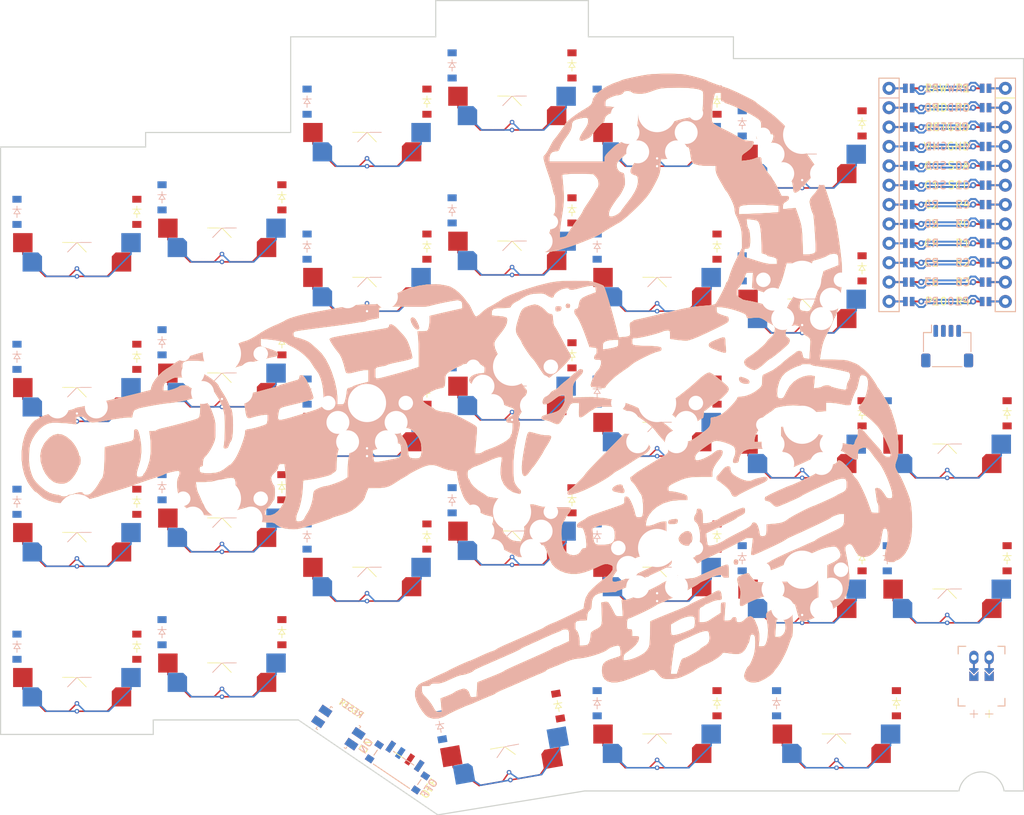
<source format=kicad_pcb>
(kicad_pcb (version 20240108) (generator "ergogen") (generator_version "4.2.1")
  (title_block (title "chitin") (date "2025-12-28") (rev "1") (company "Scybin"))
  (layers (0 "F.Cu" signal) (31 "B.Cu" signal) (34 "B.Paste" user) (35 "F.Paste" user) (36 "B.SilkS" user "B.Silkscreen") (37 "F.SilkS" user "F.Silkscreen") (38 "B.Mask" user) (39 "F.Mask" user) (44 "Edge.Cuts" user))
  (net 0 "")
  (net 1 "C0")
  (net 2 "outer_bottom_B")
  (net 3 "GND")
  (net 4 "D1")
  (net 5 "D2")
  (net 6 "outer_home_B")
  (net 7 "outer_upper_B")
  (net 8 "outer_top_B")
  (net 9 "C1")
  (net 10 "pinky_bottom_B")
  (net 11 "pinky_home_B")
  (net 12 "pinky_upper_B")
  (net 13 "pinky_top_B")
  (net 14 "C2")
  (net 15 "ring_bottom_B")
  (net 16 "ring_home_B")
  (net 17 "ring_upper_B")
  (net 18 "ring_top_B")
  (net 19 "C3")
  (net 20 "middle_bottom_B")
  (net 21 "middle_home_B")
  (net 22 "middle_upper_B")
  (net 23 "middle_top_B")
  (net 24 "C4")
  (net 25 "index_bottom_B")
  (net 26 "index_home_B")
  (net 27 "index_upper_B")
  (net 28 "index_top_B")
  (net 29 "C5")
  (net 30 "inner_bottom_B")
  (net 31 "inner_home_B")
  (net 32 "inner_upper_B")
  (net 33 "inner_top_B")
  (net 34 "tuck_cluster_B")
  (net 35 "layer_cluster_B")
  (net 36 "space_cluster_B")
  (net 37 "C6")
  (net 38 "macro_bottom_B")
  (net 39 "macro_home_B")
  (net 40 "R3")
  (net 41 "R2")
  (net 42 "R1")
  (net 43 "R0")
  (net 44 "R4")
  (net 45 "RAW")
  (net 46 "RST")
  (net 47 "V+")
  (net 48 "P10")
  (net 49 "P1")
  (net 50 "P0")
  (net 51 "SDA")
  (net 52 "SCL")
  (net 53 "P4")
  (net 54 "P101")
  (net 55 "P102")
  (net 56 "P107")
  (net 57 "MCU1_24")
  (net 58 "MCU1_1")
  (net 59 "MCU1_23")
  (net 60 "MCU1_2")
  (net 61 "MCU1_22")
  (net 62 "MCU1_3")
  (net 63 "MCU1_21")
  (net 64 "MCU1_4")
  (net 65 "MCU1_20")
  (net 66 "MCU1_5")
  (net 67 "MCU1_19")
  (net 68 "MCU1_6")
  (net 69 "MCU1_18")
  (net 70 "MCU1_7")
  (net 71 "MCU1_17")
  (net 72 "MCU1_8")
  (net 73 "MCU1_16")
  (net 74 "MCU1_9")
  (net 75 "MCU1_15")
  (net 76 "MCU1_10")
  (net 77 "MCU1_14")
  (net 78 "MCU1_11")
  (net 79 "MCU1_13")
  (net 80 "MCU1_12")
  (net 81 "BAT_P")
  (net 82 "JST1_1")
  (net 83 "JST1_2")
  (footprint "ceoloide:switch_mx" (layer "B.Cu") (at 100 150 180)
    (property "Reference" "S1" hide)
  )
  (segment (start 105.842 155.08) (end 103.963 156.959) (width 0.2) (layer "F.Cu") (net 2))
  (segment (start 103.963 156.959) (end 100 156.959) (width 0.2) (layer "F.Cu") (net 1))
  (via (at 100 156.959) (size 0.6) (drill 0.3) (layers "F.Cu" "B.Cu") (net 1))
  (segment (start 100 156.959) (end 96.037 156.9595) (width 0.2) (layer "B.Cu") (net 1))
  (segment (start 96.037 156.959) (end 94.158 155.08) (width 0.2) (layer "B.Cu") (net 1))
  (segment (start 100 155.93) (end 98.971 156.959) (width 0.2) (layer "F.Cu") (net 2))
  (segment (start 95.834 156.959) (end 92.915 154.04) (width 0.2) (layer "F.Cu") (net 2))
  (segment (start 92.915 154.04) (end 92.915 152.54) (width 0.2) (layer "F.Cu") (net 2))
  (segment (start 98.971 156.959) (end 95.834 156.959) (width 0.2) (layer "F.Cu") (net 2))
  (via (at 100 155.93) (size 0.6) (drill 0.3) (layers "F.Cu" "B.Cu") (net 2))
  (segment (start 104.166 156.959) (end 101.029 156.959) (width 0.2) (layer "B.Cu") (net 2))
  (segment (start 107.085 152.54) (end 107.085 154.04) (width 0.2) (layer "B.Cu") (net 2))
  (segment (start 107.085 154.04) (end 104.166 156.959) (width 0.2) (layer "B.Cu") (net 2))
  (segment (start 101.029 156.959) (end 100 155.93) (width 0.2) (layer "B.Cu") (net 2))
  (footprint "ceoloide:switch_mx" (layer "B.Cu") (at 100 131 180)
    (property "Reference" "S2" hide)
  )
  (segment (start 105.842 136.08) (end 103.963 137.959) (width 0.2) (layer "F.Cu") (net 6))
  (segment (start 103.963 137.959) (end 100 137.959) (width 0.2) (layer "F.Cu") (net 1))
  (via (at 100 137.959) (size 0.6) (drill 0.3) (layers "F.Cu" "B.Cu") (net 1))
  (segment (start 100 137.959) (end 96.037 137.9595) (width 0.2) (layer "B.Cu") (net 1))
  (segment (start 96.037 137.959) (end 94.158 136.08) (width 0.2) (layer "B.Cu") (net 1))
  (segment (start 100 136.93) (end 98.971 137.959) (width 0.2) (layer "F.Cu") (net 6))
  (segment (start 95.834 137.959) (end 92.915 135.04) (width 0.2) (layer "F.Cu") (net 6))
  (segment (start 92.915 135.04) (end 92.915 133.54) (width 0.2) (layer "F.Cu") (net 6))
  (segment (start 98.971 137.959) (end 95.834 137.959) (width 0.2) (layer "F.Cu") (net 6))
  (via (at 100 136.93) (size 0.6) (drill 0.3) (layers "F.Cu" "B.Cu") (net 6))
  (segment (start 104.166 137.959) (end 101.029 137.959) (width 0.2) (layer "B.Cu") (net 6))
  (segment (start 107.085 133.54) (end 107.085 135.04) (width 0.2) (layer "B.Cu") (net 6))
  (segment (start 107.085 135.04) (end 104.166 137.959) (width 0.2) (layer "B.Cu") (net 6))
  (segment (start 101.029 137.959) (end 100 136.93) (width 0.2) (layer "B.Cu") (net 6))
  (footprint "ceoloide:switch_mx" (layer "B.Cu") (at 100 112 180)
    (property "Reference" "S3" hide)
  )
  (segment (start 105.842 117.08) (end 103.963 118.959) (width 0.2) (layer "F.Cu") (net 7))
  (segment (start 103.963 118.959) (end 100 118.959) (width 0.2) (layer "F.Cu") (net 1))
  (via (at 100 118.959) (size 0.6) (drill 0.3) (layers "F.Cu" "B.Cu") (net 1))
  (segment (start 100 118.959) (end 96.037 118.9595) (width 0.2) (layer "B.Cu") (net 1))
  (segment (start 96.037 118.959) (end 94.158 117.08) (width 0.2) (layer "B.Cu") (net 1))
  (segment (start 100 117.93) (end 98.971 118.959) (width 0.2) (layer "F.Cu") (net 7))
  (segment (start 95.834 118.959) (end 92.915 116.04) (width 0.2) (layer "F.Cu") (net 7))
  (segment (start 92.915 116.04) (end 92.915 114.54) (width 0.2) (layer "F.Cu") (net 7))
  (segment (start 98.971 118.959) (end 95.834 118.959) (width 0.2) (layer "F.Cu") (net 7))
  (via (at 100 117.93) (size 0.6) (drill 0.3) (layers "F.Cu" "B.Cu") (net 7))
  (segment (start 104.166 118.959) (end 101.029 118.959) (width 0.2) (layer "B.Cu") (net 7))
  (segment (start 107.085 114.54) (end 107.085 116.04) (width 0.2) (layer "B.Cu") (net 7))
  (segment (start 107.085 116.04) (end 104.166 118.959) (width 0.2) (layer "B.Cu") (net 7))
  (segment (start 101.029 118.959) (end 100 117.93) (width 0.2) (layer "B.Cu") (net 7))
  (footprint "ceoloide:switch_mx" (layer "B.Cu") (at 100 93 180)
    (property "Reference" "S4" hide)
  )
  (segment (start 105.842 98.08) (end 103.963 99.959) (width 0.2) (layer "F.Cu") (net 8))
  (segment (start 103.963 99.959) (end 100 99.959) (width 0.2) (layer "F.Cu") (net 1))
  (via (at 100 99.959) (size 0.6) (drill 0.3) (layers "F.Cu" "B.Cu") (net 1))
  (segment (start 100 99.959) (end 96.037 99.9595) (width 0.2) (layer "B.Cu") (net 1))
  (segment (start 96.037 99.959) (end 94.158 98.08) (width 0.2) (layer "B.Cu") (net 1))
  (segment (start 100 98.93) (end 98.971 99.959) (width 0.2) (layer "F.Cu") (net 8))
  (segment (start 95.834 99.959) (end 92.915 97.04) (width 0.2) (layer "F.Cu") (net 8))
  (segment (start 92.915 97.04) (end 92.915 95.54) (width 0.2) (layer "F.Cu") (net 8))
  (segment (start 98.971 99.959) (end 95.834 99.959) (width 0.2) (layer "F.Cu") (net 8))
  (via (at 100 98.93) (size 0.6) (drill 0.3) (layers "F.Cu" "B.Cu") (net 8))
  (segment (start 104.166 99.959) (end 101.029 99.959) (width 0.2) (layer "B.Cu") (net 8))
  (segment (start 107.085 95.54) (end 107.085 97.04) (width 0.2) (layer "B.Cu") (net 8))
  (segment (start 107.085 97.04) (end 104.166 99.959) (width 0.2) (layer "B.Cu") (net 8))
  (segment (start 101.029 99.959) (end 100 98.93) (width 0.2) (layer "B.Cu") (net 8))
  (footprint "ceoloide:switch_mx" (layer "B.Cu") (at 119 148.1 180)
    (property "Reference" "S5" hide)
  )
  (segment (start 124.842 153.18) (end 122.963 155.059) (width 0.2) (layer "F.Cu") (net 10))
  (segment (start 122.963 155.059) (end 119 155.059) (width 0.2) (layer "F.Cu") (net 9))
  (via (at 119 155.059) (size 0.6) (drill 0.3) (layers "F.Cu" "B.Cu") (net 9))
  (segment (start 119 155.059) (end 115.037 155.05949999999999) (width 0.2) (layer "B.Cu") (net 9))
  (segment (start 115.037 155.059) (end 113.158 153.18) (width 0.2) (layer "B.Cu") (net 9))
  (segment (start 119 154.03) (end 117.971 155.059) (width 0.2) (layer "F.Cu") (net 10))
  (segment (start 114.834 155.059) (end 111.915 152.14) (width 0.2) (layer "F.Cu") (net 10))
  (segment (start 111.915 152.14) (end 111.915 150.64) (width 0.2) (layer "F.Cu") (net 10))
  (segment (start 117.971 155.059) (end 114.834 155.059) (width 0.2) (layer "F.Cu") (net 10))
  (via (at 119 154.03) (size 0.6) (drill 0.3) (layers "F.Cu" "B.Cu") (net 10))
  (segment (start 123.166 155.059) (end 120.029 155.059) (width 0.2) (layer "B.Cu") (net 10))
  (segment (start 126.085 150.64) (end 126.085 152.14) (width 0.2) (layer "B.Cu") (net 10))
  (segment (start 126.085 152.14) (end 123.166 155.059) (width 0.2) (layer "B.Cu") (net 10))
  (segment (start 120.029 155.059) (end 119 154.03) (width 0.2) (layer "B.Cu") (net 10))
  (footprint "ceoloide:switch_mx" (layer "B.Cu") (at 119 129.1 180)
    (property "Reference" "S6" hide)
  )
  (segment (start 124.842 134.18) (end 122.963 136.059) (width 0.2) (layer "F.Cu") (net 11))
  (segment (start 122.963 136.059) (end 119 136.059) (width 0.2) (layer "F.Cu") (net 9))
  (via (at 119 136.059) (size 0.6) (drill 0.3) (layers "F.Cu" "B.Cu") (net 9))
  (segment (start 119 136.059) (end 115.037 136.05949999999999) (width 0.2) (layer "B.Cu") (net 9))
  (segment (start 115.037 136.059) (end 113.158 134.18) (width 0.2) (layer "B.Cu") (net 9))
  (segment (start 119 135.03) (end 117.971 136.059) (width 0.2) (layer "F.Cu") (net 11))
  (segment (start 114.834 136.059) (end 111.915 133.14) (width 0.2) (layer "F.Cu") (net 11))
  (segment (start 111.915 133.14) (end 111.915 131.64) (width 0.2) (layer "F.Cu") (net 11))
  (segment (start 117.971 136.059) (end 114.834 136.059) (width 0.2) (layer "F.Cu") (net 11))
  (via (at 119 135.03) (size 0.6) (drill 0.3) (layers "F.Cu" "B.Cu") (net 11))
  (segment (start 123.166 136.059) (end 120.029 136.059) (width 0.2) (layer "B.Cu") (net 11))
  (segment (start 126.085 131.64) (end 126.085 133.14) (width 0.2) (layer "B.Cu") (net 11))
  (segment (start 126.085 133.14) (end 123.166 136.059) (width 0.2) (layer "B.Cu") (net 11))
  (segment (start 120.029 136.059) (end 119 135.03) (width 0.2) (layer "B.Cu") (net 11))
  (footprint "ceoloide:switch_mx" (layer "B.Cu") (at 119 110.1 180)
    (property "Reference" "S7" hide)
  )
  (segment (start 124.842 115.17999999999999) (end 122.963 117.059) (width 0.2) (layer "F.Cu") (net 12))
  (segment (start 122.963 117.059) (end 119 117.059) (width 0.2) (layer "F.Cu") (net 9))
  (via (at 119 117.059) (size 0.6) (drill 0.3) (layers "F.Cu" "B.Cu") (net 9))
  (segment (start 119 117.059) (end 115.037 117.0595) (width 0.2) (layer "B.Cu") (net 9))
  (segment (start 115.037 117.059) (end 113.158 115.17999999999999) (width 0.2) (layer "B.Cu") (net 9))
  (segment (start 119 116.03) (end 117.971 117.059) (width 0.2) (layer "F.Cu") (net 12))
  (segment (start 114.834 117.059) (end 111.915 114.14) (width 0.2) (layer "F.Cu") (net 12))
  (segment (start 111.915 114.14) (end 111.915 112.64) (width 0.2) (layer "F.Cu") (net 12))
  (segment (start 117.971 117.059) (end 114.834 117.059) (width 0.2) (layer "F.Cu") (net 12))
  (via (at 119 116.03) (size 0.6) (drill 0.3) (layers "F.Cu" "B.Cu") (net 12))
  (segment (start 123.166 117.059) (end 120.029 117.059) (width 0.2) (layer "B.Cu") (net 12))
  (segment (start 126.085 112.64) (end 126.085 114.14) (width 0.2) (layer "B.Cu") (net 12))
  (segment (start 126.085 114.14) (end 123.166 117.059) (width 0.2) (layer "B.Cu") (net 12))
  (segment (start 120.029 117.059) (end 119 116.03) (width 0.2) (layer "B.Cu") (net 12))
  (footprint "ceoloide:switch_mx" (layer "B.Cu") (at 119 91.1 180)
    (property "Reference" "S8" hide)
  )
  (segment (start 124.842 96.17999999999999) (end 122.963 98.059) (width 0.2) (layer "F.Cu") (net 13))
  (segment (start 122.963 98.059) (end 119 98.059) (width 0.2) (layer "F.Cu") (net 9))
  (via (at 119 98.059) (size 0.6) (drill 0.3) (layers "F.Cu" "B.Cu") (net 9))
  (segment (start 119 98.059) (end 115.037 98.0595) (width 0.2) (layer "B.Cu") (net 9))
  (segment (start 115.037 98.059) (end 113.158 96.17999999999999) (width 0.2) (layer "B.Cu") (net 9))
  (segment (start 119 97.03) (end 117.971 98.059) (width 0.2) (layer "F.Cu") (net 13))
  (segment (start 114.834 98.059) (end 111.915 95.14) (width 0.2) (layer "F.Cu") (net 13))
  (segment (start 111.915 95.14) (end 111.915 93.64) (width 0.2) (layer "F.Cu") (net 13))
  (segment (start 117.971 98.059) (end 114.834 98.059) (width 0.2) (layer "F.Cu") (net 13))
  (via (at 119 97.03) (size 0.6) (drill 0.3) (layers "F.Cu" "B.Cu") (net 13))
  (segment (start 123.166 98.059) (end 120.029 98.059) (width 0.2) (layer "B.Cu") (net 13))
  (segment (start 126.085 93.64) (end 126.085 95.14) (width 0.2) (layer "B.Cu") (net 13))
  (segment (start 126.085 95.14) (end 123.166 98.059) (width 0.2) (layer "B.Cu") (net 13))
  (segment (start 120.029 98.059) (end 119 97.03) (width 0.2) (layer "B.Cu") (net 13))
  (footprint "ceoloide:switch_mx" (layer "B.Cu") (at 138 135.56 180)
    (property "Reference" "S9" hide)
  )
  (segment (start 143.842 140.64000000000001) (end 141.963 142.519) (width 0.2) (layer "F.Cu") (net 15))
  (segment (start 141.963 142.519) (end 138 142.519) (width 0.2) (layer "F.Cu") (net 14))
  (via (at 138 142.519) (size 0.6) (drill 0.3) (layers "F.Cu" "B.Cu") (net 14))
  (segment (start 138 142.519) (end 134.037 142.5195) (width 0.2) (layer "B.Cu") (net 14))
  (segment (start 134.037 142.519) (end 132.158 140.64000000000001) (width 0.2) (layer "B.Cu") (net 14))
  (segment (start 138 141.49) (end 136.971 142.519) (width 0.2) (layer "F.Cu") (net 15))
  (segment (start 133.834 142.519) (end 130.915 139.6) (width 0.2) (layer "F.Cu") (net 15))
  (segment (start 130.915 139.6) (end 130.915 138.1) (width 0.2) (layer "F.Cu") (net 15))
  (segment (start 136.971 142.519) (end 133.834 142.519) (width 0.2) (layer "F.Cu") (net 15))
  (via (at 138 141.49) (size 0.6) (drill 0.3) (layers "F.Cu" "B.Cu") (net 15))
  (segment (start 142.166 142.519) (end 139.029 142.519) (width 0.2) (layer "B.Cu") (net 15))
  (segment (start 145.085 138.1) (end 145.085 139.6) (width 0.2) (layer "B.Cu") (net 15))
  (segment (start 145.085 139.6) (end 142.166 142.519) (width 0.2) (layer "B.Cu") (net 15))
  (segment (start 139.029 142.519) (end 138 141.49) (width 0.2) (layer "B.Cu") (net 15))
  (footprint "ceoloide:switch_mx" (layer "B.Cu") (at 138 116.56 180)
    (property "Reference" "S10" hide)
  )
  (segment (start 143.842 121.64) (end 141.963 123.519) (width 0.2) (layer "F.Cu") (net 16))
  (segment (start 141.963 123.519) (end 138 123.519) (width 0.2) (layer "F.Cu") (net 14))
  (via (at 138 123.519) (size 0.6) (drill 0.3) (layers "F.Cu" "B.Cu") (net 14))
  (segment (start 138 123.519) (end 134.037 123.51950000000001) (width 0.2) (layer "B.Cu") (net 14))
  (segment (start 134.037 123.519) (end 132.158 121.64) (width 0.2) (layer "B.Cu") (net 14))
  (segment (start 138 122.49000000000001) (end 136.971 123.519) (width 0.2) (layer "F.Cu") (net 16))
  (segment (start 133.834 123.519) (end 130.915 120.60000000000001) (width 0.2) (layer "F.Cu") (net 16))
  (segment (start 130.915 120.60000000000001) (end 130.915 119.10000000000001) (width 0.2) (layer "F.Cu") (net 16))
  (segment (start 136.971 123.519) (end 133.834 123.519) (width 0.2) (layer "F.Cu") (net 16))
  (via (at 138 122.49000000000001) (size 0.6) (drill 0.3) (layers "F.Cu" "B.Cu") (net 16))
  (segment (start 142.166 123.519) (end 139.029 123.519) (width 0.2) (layer "B.Cu") (net 16))
  (segment (start 145.085 119.10000000000001) (end 145.085 120.60000000000001) (width 0.2) (layer "B.Cu") (net 16))
  (segment (start 145.085 120.60000000000001) (end 142.166 123.519) (width 0.2) (layer "B.Cu") (net 16))
  (segment (start 139.029 123.519) (end 138 122.49000000000001) (width 0.2) (layer "B.Cu") (net 16))
  (footprint "ceoloide:switch_mx" (layer "B.Cu") (at 138 97.56 180)
    (property "Reference" "S11" hide)
  )
  (segment (start 143.842 102.64) (end 141.963 104.519) (width 0.2) (layer "F.Cu") (net 17))
  (segment (start 141.963 104.519) (end 138 104.519) (width 0.2) (layer "F.Cu") (net 14))
  (via (at 138 104.519) (size 0.6) (drill 0.3) (layers "F.Cu" "B.Cu") (net 14))
  (segment (start 138 104.519) (end 134.037 104.51950000000001) (width 0.2) (layer "B.Cu") (net 14))
  (segment (start 134.037 104.519) (end 132.158 102.64) (width 0.2) (layer "B.Cu") (net 14))
  (segment (start 138 103.49000000000001) (end 136.971 104.519) (width 0.2) (layer "F.Cu") (net 17))
  (segment (start 133.834 104.519) (end 130.915 101.60000000000001) (width 0.2) (layer "F.Cu") (net 17))
  (segment (start 130.915 101.60000000000001) (end 130.915 100.10000000000001) (width 0.2) (layer "F.Cu") (net 17))
  (segment (start 136.971 104.519) (end 133.834 104.519) (width 0.2) (layer "F.Cu") (net 17))
  (via (at 138 103.49000000000001) (size 0.6) (drill 0.3) (layers "F.Cu" "B.Cu") (net 17))
  (segment (start 142.166 104.519) (end 139.029 104.519) (width 0.2) (layer "B.Cu") (net 17))
  (segment (start 145.085 100.10000000000001) (end 145.085 101.60000000000001) (width 0.2) (layer "B.Cu") (net 17))
  (segment (start 145.085 101.60000000000001) (end 142.166 104.519) (width 0.2) (layer "B.Cu") (net 17))
  (segment (start 139.029 104.519) (end 138 103.49000000000001) (width 0.2) (layer "B.Cu") (net 17))
  (footprint "ceoloide:switch_mx" (layer "B.Cu") (at 138 78.56 180)
    (property "Reference" "S12" hide)
  )
  (segment (start 143.842 83.64) (end 141.963 85.519) (width 0.2) (layer "F.Cu") (net 18))
  (segment (start 141.963 85.519) (end 138 85.519) (width 0.2) (layer "F.Cu") (net 14))
  (via (at 138 85.519) (size 0.6) (drill 0.3) (layers "F.Cu" "B.Cu") (net 14))
  (segment (start 138 85.519) (end 134.037 85.51950000000001) (width 0.2) (layer "B.Cu") (net 14))
  (segment (start 134.037 85.519) (end 132.158 83.64) (width 0.2) (layer "B.Cu") (net 14))
  (segment (start 138 84.49000000000001) (end 136.971 85.519) (width 0.2) (layer "F.Cu") (net 18))
  (segment (start 133.834 85.519) (end 130.915 82.60000000000001) (width 0.2) (layer "F.Cu") (net 18))
  (segment (start 130.915 82.60000000000001) (end 130.915 81.10000000000001) (width 0.2) (layer "F.Cu") (net 18))
  (segment (start 136.971 85.519) (end 133.834 85.519) (width 0.2) (layer "F.Cu") (net 18))
  (via (at 138 84.49000000000001) (size 0.6) (drill 0.3) (layers "F.Cu" "B.Cu") (net 18))
  (segment (start 142.166 85.519) (end 139.029 85.519) (width 0.2) (layer "B.Cu") (net 18))
  (segment (start 145.085 81.10000000000001) (end 145.085 82.60000000000001) (width 0.2) (layer "B.Cu") (net 18))
  (segment (start 145.085 82.60000000000001) (end 142.166 85.519) (width 0.2) (layer "B.Cu") (net 18))
  (segment (start 139.029 85.519) (end 138 84.49000000000001) (width 0.2) (layer "B.Cu") (net 18))
  (footprint "ceoloide:switch_mx" (layer "B.Cu") (at 157 130.81 180)
    (property "Reference" "S13" hide)
  )
  (segment (start 162.842 135.89000000000001) (end 160.963 137.769) (width 0.2) (layer "F.Cu") (net 20))
  (segment (start 160.963 137.769) (end 157 137.769) (width 0.2) (layer "F.Cu") (net 19))
  (via (at 157 137.769) (size 0.6) (drill 0.3) (layers "F.Cu" "B.Cu") (net 19))
  (segment (start 157 137.769) (end 153.037 137.7695) (width 0.2) (layer "B.Cu") (net 19))
  (segment (start 153.037 137.769) (end 151.158 135.89000000000001) (width 0.2) (layer "B.Cu") (net 19))
  (segment (start 157 136.74) (end 155.971 137.769) (width 0.2) (layer "F.Cu") (net 20))
  (segment (start 152.834 137.769) (end 149.915 134.85) (width 0.2) (layer "F.Cu") (net 20))
  (segment (start 149.915 134.85) (end 149.915 133.35) (width 0.2) (layer "F.Cu") (net 20))
  (segment (start 155.971 137.769) (end 152.834 137.769) (width 0.2) (layer "F.Cu") (net 20))
  (via (at 157 136.74) (size 0.6) (drill 0.3) (layers "F.Cu" "B.Cu") (net 20))
  (segment (start 161.166 137.769) (end 158.029 137.769) (width 0.2) (layer "B.Cu") (net 20))
  (segment (start 164.085 133.35) (end 164.085 134.85) (width 0.2) (layer "B.Cu") (net 20))
  (segment (start 164.085 134.85) (end 161.166 137.769) (width 0.2) (layer "B.Cu") (net 20))
  (segment (start 158.029 137.769) (end 157 136.74) (width 0.2) (layer "B.Cu") (net 20))
  (footprint "ceoloide:switch_mx" (layer "B.Cu") (at 157 111.81 180)
    (property "Reference" "S14" hide)
  )
  (segment (start 162.842 116.89) (end 160.963 118.769) (width 0.2) (layer "F.Cu") (net 21))
  (segment (start 160.963 118.769) (end 157 118.769) (width 0.2) (layer "F.Cu") (net 19))
  (via (at 157 118.769) (size 0.6) (drill 0.3) (layers "F.Cu" "B.Cu") (net 19))
  (segment (start 157 118.769) (end 153.037 118.76950000000001) (width 0.2) (layer "B.Cu") (net 19))
  (segment (start 153.037 118.769) (end 151.158 116.89) (width 0.2) (layer "B.Cu") (net 19))
  (segment (start 157 117.74000000000001) (end 155.971 118.769) (width 0.2) (layer "F.Cu") (net 21))
  (segment (start 152.834 118.769) (end 149.915 115.85000000000001) (width 0.2) (layer "F.Cu") (net 21))
  (segment (start 149.915 115.85000000000001) (end 149.915 114.35000000000001) (width 0.2) (layer "F.Cu") (net 21))
  (segment (start 155.971 118.769) (end 152.834 118.769) (width 0.2) (layer "F.Cu") (net 21))
  (via (at 157 117.74000000000001) (size 0.6) (drill 0.3) (layers "F.Cu" "B.Cu") (net 21))
  (segment (start 161.166 118.769) (end 158.029 118.769) (width 0.2) (layer "B.Cu") (net 21))
  (segment (start 164.085 114.35000000000001) (end 164.085 115.85000000000001) (width 0.2) (layer "B.Cu") (net 21))
  (segment (start 164.085 115.85000000000001) (end 161.166 118.769) (width 0.2) (layer "B.Cu") (net 21))
  (segment (start 158.029 118.769) (end 157 117.74000000000001) (width 0.2) (layer "B.Cu") (net 21))
  (footprint "ceoloide:switch_mx" (layer "B.Cu") (at 157 92.81 180)
    (property "Reference" "S15" hide)
  )
  (segment (start 162.842 97.89) (end 160.963 99.769) (width 0.2) (layer "F.Cu") (net 22))
  (segment (start 160.963 99.769) (end 157 99.769) (width 0.2) (layer "F.Cu") (net 19))
  (via (at 157 99.769) (size 0.6) (drill 0.3) (layers "F.Cu" "B.Cu") (net 19))
  (segment (start 157 99.769) (end 153.037 99.76950000000001) (width 0.2) (layer "B.Cu") (net 19))
  (segment (start 153.037 99.769) (end 151.158 97.89) (width 0.2) (layer "B.Cu") (net 19))
  (segment (start 157 98.74000000000001) (end 155.971 99.769) (width 0.2) (layer "F.Cu") (net 22))
  (segment (start 152.834 99.769) (end 149.915 96.85000000000001) (width 0.2) (layer "F.Cu") (net 22))
  (segment (start 149.915 96.85000000000001) (end 149.915 95.35000000000001) (width 0.2) (layer "F.Cu") (net 22))
  (segment (start 155.971 99.769) (end 152.834 99.769) (width 0.2) (layer "F.Cu") (net 22))
  (via (at 157 98.74000000000001) (size 0.6) (drill 0.3) (layers "F.Cu" "B.Cu") (net 22))
  (segment (start 161.166 99.769) (end 158.029 99.769) (width 0.2) (layer "B.Cu") (net 22))
  (segment (start 164.085 95.35000000000001) (end 164.085 96.85000000000001) (width 0.2) (layer "B.Cu") (net 22))
  (segment (start 164.085 96.85000000000001) (end 161.166 99.769) (width 0.2) (layer "B.Cu") (net 22))
  (segment (start 158.029 99.769) (end 157 98.74000000000001) (width 0.2) (layer "B.Cu") (net 22))
  (footprint "ceoloide:switch_mx" (layer "B.Cu") (at 157 73.81 180)
    (property "Reference" "S16" hide)
  )
  (segment (start 162.842 78.89) (end 160.963 80.769) (width 0.2) (layer "F.Cu") (net 23))
  (segment (start 160.963 80.769) (end 157 80.769) (width 0.2) (layer "F.Cu") (net 19))
  (via (at 157 80.769) (size 0.6) (drill 0.3) (layers "F.Cu" "B.Cu") (net 19))
  (segment (start 157 80.769) (end 153.037 80.76950000000001) (width 0.2) (layer "B.Cu") (net 19))
  (segment (start 153.037 80.769) (end 151.158 78.89) (width 0.2) (layer "B.Cu") (net 19))
  (segment (start 157 79.74000000000001) (end 155.971 80.769) (width 0.2) (layer "F.Cu") (net 23))
  (segment (start 152.834 80.769) (end 149.915 77.85000000000001) (width 0.2) (layer "F.Cu") (net 23))
  (segment (start 149.915 77.85000000000001) (end 149.915 76.35000000000001) (width 0.2) (layer "F.Cu") (net 23))
  (segment (start 155.971 80.769) (end 152.834 80.769) (width 0.2) (layer "F.Cu") (net 23))
  (via (at 157 79.74000000000001) (size 0.6) (drill 0.3) (layers "F.Cu" "B.Cu") (net 23))
  (segment (start 161.166 80.769) (end 158.029 80.769) (width 0.2) (layer "B.Cu") (net 23))
  (segment (start 164.085 76.35000000000001) (end 164.085 77.85000000000001) (width 0.2) (layer "B.Cu") (net 23))
  (segment (start 164.085 77.85000000000001) (end 161.166 80.769) (width 0.2) (layer "B.Cu") (net 23))
  (segment (start 158.029 80.769) (end 157 79.74000000000001) (width 0.2) (layer "B.Cu") (net 23))
  (footprint "ceoloide:switch_mx" (layer "B.Cu") (at 176 135.56 180)
    (property "Reference" "S17" hide)
  )
  (segment (start 181.842 140.64000000000001) (end 179.963 142.519) (width 0.2) (layer "F.Cu") (net 25))
  (segment (start 179.963 142.519) (end 176 142.519) (width 0.2) (layer "F.Cu") (net 24))
  (via (at 176 142.519) (size 0.6) (drill 0.3) (layers "F.Cu" "B.Cu") (net 24))
  (segment (start 176 142.519) (end 172.037 142.5195) (width 0.2) (layer "B.Cu") (net 24))
  (segment (start 172.037 142.519) (end 170.158 140.64000000000001) (width 0.2) (layer "B.Cu") (net 24))
  (segment (start 176 141.49) (end 174.971 142.519) (width 0.2) (layer "F.Cu") (net 25))
  (segment (start 171.834 142.519) (end 168.915 139.6) (width 0.2) (layer "F.Cu") (net 25))
  (segment (start 168.915 139.6) (end 168.915 138.1) (width 0.2) (layer "F.Cu") (net 25))
  (segment (start 174.971 142.519) (end 171.834 142.519) (width 0.2) (layer "F.Cu") (net 25))
  (via (at 176 141.49) (size 0.6) (drill 0.3) (layers "F.Cu" "B.Cu") (net 25))
  (segment (start 180.166 142.519) (end 177.029 142.519) (width 0.2) (layer "B.Cu") (net 25))
  (segment (start 183.085 138.1) (end 183.085 139.6) (width 0.2) (layer "B.Cu") (net 25))
  (segment (start 183.085 139.6) (end 180.166 142.519) (width 0.2) (layer "B.Cu") (net 25))
  (segment (start 177.029 142.519) (end 176 141.49) (width 0.2) (layer "B.Cu") (net 25))
  (footprint "ceoloide:switch_mx" (layer "B.Cu") (at 176 116.56 180)
    (property "Reference" "S18" hide)
  )
  (segment (start 181.842 121.64) (end 179.963 123.519) (width 0.2) (layer "F.Cu") (net 26))
  (segment (start 179.963 123.519) (end 176 123.519) (width 0.2) (layer "F.Cu") (net 24))
  (via (at 176 123.519) (size 0.6) (drill 0.3) (layers "F.Cu" "B.Cu") (net 24))
  (segment (start 176 123.519) (end 172.037 123.51950000000001) (width 0.2) (layer "B.Cu") (net 24))
  (segment (start 172.037 123.519) (end 170.158 121.64) (width 0.2) (layer "B.Cu") (net 24))
  (segment (start 176 122.49000000000001) (end 174.971 123.519) (width 0.2) (layer "F.Cu") (net 26))
  (segment (start 171.834 123.519) (end 168.915 120.60000000000001) (width 0.2) (layer "F.Cu") (net 26))
  (segment (start 168.915 120.60000000000001) (end 168.915 119.10000000000001) (width 0.2) (layer "F.Cu") (net 26))
  (segment (start 174.971 123.519) (end 171.834 123.519) (width 0.2) (layer "F.Cu") (net 26))
  (via (at 176 122.49000000000001) (size 0.6) (drill 0.3) (layers "F.Cu" "B.Cu") (net 26))
  (segment (start 180.166 123.519) (end 177.029 123.519) (width 0.2) (layer "B.Cu") (net 26))
  (segment (start 183.085 119.10000000000001) (end 183.085 120.60000000000001) (width 0.2) (layer "B.Cu") (net 26))
  (segment (start 183.085 120.60000000000001) (end 180.166 123.519) (width 0.2) (layer "B.Cu") (net 26))
  (segment (start 177.029 123.519) (end 176 122.49000000000001) (width 0.2) (layer "B.Cu") (net 26))
  (footprint "ceoloide:switch_mx" (layer "B.Cu") (at 176 97.56 180)
    (property "Reference" "S19" hide)
  )
  (segment (start 181.842 102.64) (end 179.963 104.519) (width 0.2) (layer "F.Cu") (net 27))
  (segment (start 179.963 104.519) (end 176 104.519) (width 0.2) (layer "F.Cu") (net 24))
  (via (at 176 104.519) (size 0.6) (drill 0.3) (layers "F.Cu" "B.Cu") (net 24))
  (segment (start 176 104.519) (end 172.037 104.51950000000001) (width 0.2) (layer "B.Cu") (net 24))
  (segment (start 172.037 104.519) (end 170.158 102.64) (width 0.2) (layer "B.Cu") (net 24))
  (segment (start 176 103.49000000000001) (end 174.971 104.519) (width 0.2) (layer "F.Cu") (net 27))
  (segment (start 171.834 104.519) (end 168.915 101.60000000000001) (width 0.2) (layer "F.Cu") (net 27))
  (segment (start 168.915 101.60000000000001) (end 168.915 100.10000000000001) (width 0.2) (layer "F.Cu") (net 27))
  (segment (start 174.971 104.519) (end 171.834 104.519) (width 0.2) (layer "F.Cu") (net 27))
  (via (at 176 103.49000000000001) (size 0.6) (drill 0.3) (layers "F.Cu" "B.Cu") (net 27))
  (segment (start 180.166 104.519) (end 177.029 104.519) (width 0.2) (layer "B.Cu") (net 27))
  (segment (start 183.085 100.10000000000001) (end 183.085 101.60000000000001) (width 0.2) (layer "B.Cu") (net 27))
  (segment (start 183.085 101.60000000000001) (end 180.166 104.519) (width 0.2) (layer "B.Cu") (net 27))
  (segment (start 177.029 104.519) (end 176 103.49000000000001) (width 0.2) (layer "B.Cu") (net 27))
  (footprint "ceoloide:switch_mx" (layer "B.Cu") (at 176 78.56 180)
    (property "Reference" "S20" hide)
  )
  (segment (start 181.842 83.64) (end 179.963 85.519) (width 0.2) (layer "F.Cu") (net 28))
  (segment (start 179.963 85.519) (end 176 85.519) (width 0.2) (layer "F.Cu") (net 24))
  (via (at 176 85.519) (size 0.6) (drill 0.3) (layers "F.Cu" "B.Cu") (net 24))
  (segment (start 176 85.519) (end 172.037 85.51950000000001) (width 0.2) (layer "B.Cu") (net 24))
  (segment (start 172.037 85.519) (end 170.158 83.64) (width 0.2) (layer "B.Cu") (net 24))
  (segment (start 176 84.49000000000001) (end 174.971 85.519) (width 0.2) (layer "F.Cu") (net 28))
  (segment (start 171.834 85.519) (end 168.915 82.60000000000001) (width 0.2) (layer "F.Cu") (net 28))
  (segment (start 168.915 82.60000000000001) (end 168.915 81.10000000000001) (width 0.2) (layer "F.Cu") (net 28))
  (segment (start 174.971 85.519) (end 171.834 85.519) (width 0.2) (layer "F.Cu") (net 28))
  (via (at 176 84.49000000000001) (size 0.6) (drill 0.3) (layers "F.Cu" "B.Cu") (net 28))
  (segment (start 180.166 85.519) (end 177.029 85.519) (width 0.2) (layer "B.Cu") (net 28))
  (segment (start 183.085 81.10000000000001) (end 183.085 82.60000000000001) (width 0.2) (layer "B.Cu") (net 28))
  (segment (start 183.085 82.60000000000001) (end 180.166 85.519) (width 0.2) (layer "B.Cu") (net 28))
  (segment (start 177.029 85.519) (end 176 84.49000000000001) (width 0.2) (layer "B.Cu") (net 28))
  (footprint "ceoloide:switch_mx" (layer "B.Cu") (at 195 138.41 180)
    (property "Reference" "S21" hide)
  )
  (segment (start 200.842 143.49) (end 198.963 145.369) (width 0.2) (layer "F.Cu") (net 30))
  (segment (start 198.963 145.369) (end 195 145.369) (width 0.2) (layer "F.Cu") (net 29))
  (via (at 195 145.369) (size 0.6) (drill 0.3) (layers "F.Cu" "B.Cu") (net 29))
  (segment (start 195 145.369) (end 191.037 145.3695) (width 0.2) (layer "B.Cu") (net 29))
  (segment (start 191.037 145.369) (end 189.158 143.49) (width 0.2) (layer "B.Cu") (net 29))
  (segment (start 195 144.34) (end 193.971 145.369) (width 0.2) (layer "F.Cu") (net 30))
  (segment (start 190.834 145.369) (end 187.915 142.45) (width 0.2) (layer "F.Cu") (net 30))
  (segment (start 187.915 142.45) (end 187.915 140.95) (width 0.2) (layer "F.Cu") (net 30))
  (segment (start 193.971 145.369) (end 190.834 145.369) (width 0.2) (layer "F.Cu") (net 30))
  (via (at 195 144.34) (size 0.6) (drill 0.3) (layers "F.Cu" "B.Cu") (net 30))
  (segment (start 199.166 145.369) (end 196.029 145.369) (width 0.2) (layer "B.Cu") (net 30))
  (segment (start 202.085 140.95) (end 202.085 142.45) (width 0.2) (layer "B.Cu") (net 30))
  (segment (start 202.085 142.45) (end 199.166 145.369) (width 0.2) (layer "B.Cu") (net 30))
  (segment (start 196.029 145.369) (end 195 144.34) (width 0.2) (layer "B.Cu") (net 30))
  (footprint "ceoloide:switch_mx" (layer "B.Cu") (at 195 119.41 180)
    (property "Reference" "S22" hide)
  )
  (segment (start 200.842 124.49) (end 198.963 126.369) (width 0.2) (layer "F.Cu") (net 31))
  (segment (start 198.963 126.369) (end 195 126.369) (width 0.2) (layer "F.Cu") (net 29))
  (via (at 195 126.369) (size 0.6) (drill 0.3) (layers "F.Cu" "B.Cu") (net 29))
  (segment (start 195 126.369) (end 191.037 126.3695) (width 0.2) (layer "B.Cu") (net 29))
  (segment (start 191.037 126.369) (end 189.158 124.49) (width 0.2) (layer "B.Cu") (net 29))
  (segment (start 195 125.34) (end 193.971 126.369) (width 0.2) (layer "F.Cu") (net 31))
  (segment (start 190.834 126.369) (end 187.915 123.45) (width 0.2) (layer "F.Cu") (net 31))
  (segment (start 187.915 123.45) (end 187.915 121.95) (width 0.2) (layer "F.Cu") (net 31))
  (segment (start 193.971 126.369) (end 190.834 126.369) (width 0.2) (layer "F.Cu") (net 31))
  (via (at 195 125.34) (size 0.6) (drill 0.3) (layers "F.Cu" "B.Cu") (net 31))
  (segment (start 199.166 126.369) (end 196.029 126.369) (width 0.2) (layer "B.Cu") (net 31))
  (segment (start 202.085 121.95) (end 202.085 123.45) (width 0.2) (layer "B.Cu") (net 31))
  (segment (start 202.085 123.45) (end 199.166 126.369) (width 0.2) (layer "B.Cu") (net 31))
  (segment (start 196.029 126.369) (end 195 125.34) (width 0.2) (layer "B.Cu") (net 31))
  (footprint "ceoloide:switch_mx" (layer "B.Cu") (at 195 100.41 180)
    (property "Reference" "S23" hide)
  )
  (segment (start 200.842 105.49) (end 198.963 107.369) (width 0.2) (layer "F.Cu") (net 32))
  (segment (start 198.963 107.369) (end 195 107.369) (width 0.2) (layer "F.Cu") (net 29))
  (via (at 195 107.369) (size 0.6) (drill 0.3) (layers "F.Cu" "B.Cu") (net 29))
  (segment (start 195 107.369) (end 191.037 107.3695) (width 0.2) (layer "B.Cu") (net 29))
  (segment (start 191.037 107.369) (end 189.158 105.49) (width 0.2) (layer "B.Cu") (net 29))
  (segment (start 195 106.34) (end 193.971 107.369) (width 0.2) (layer "F.Cu") (net 32))
  (segment (start 190.834 107.369) (end 187.915 104.45) (width 0.2) (layer "F.Cu") (net 32))
  (segment (start 187.915 104.45) (end 187.915 102.95) (width 0.2) (layer "F.Cu") (net 32))
  (segment (start 193.971 107.369) (end 190.834 107.369) (width 0.2) (layer "F.Cu") (net 32))
  (via (at 195 106.34) (size 0.6) (drill 0.3) (layers "F.Cu" "B.Cu") (net 32))
  (segment (start 199.166 107.369) (end 196.029 107.369) (width 0.2) (layer "B.Cu") (net 32))
  (segment (start 202.085 102.95) (end 202.085 104.45) (width 0.2) (layer "B.Cu") (net 32))
  (segment (start 202.085 104.45) (end 199.166 107.369) (width 0.2) (layer "B.Cu") (net 32))
  (segment (start 196.029 107.369) (end 195 106.34) (width 0.2) (layer "B.Cu") (net 32))
  (footprint "ceoloide:switch_mx" (layer "B.Cu") (at 195 81.41 180)
    (property "Reference" "S24" hide)
  )
  (segment (start 200.842 86.49) (end 198.963 88.369) (width 0.2) (layer "F.Cu") (net 33))
  (segment (start 198.963 88.369) (end 195 88.369) (width 0.2) (layer "F.Cu") (net 29))
  (via (at 195 88.369) (size 0.6) (drill 0.3) (layers "F.Cu" "B.Cu") (net 29))
  (segment (start 195 88.369) (end 191.037 88.3695) (width 0.2) (layer "B.Cu") (net 29))
  (segment (start 191.037 88.369) (end 189.158 86.49) (width 0.2) (layer "B.Cu") (net 29))
  (segment (start 195 87.34) (end 193.971 88.369) (width 0.2) (layer "F.Cu") (net 33))
  (segment (start 190.834 88.369) (end 187.915 85.45) (width 0.2) (layer "F.Cu") (net 33))
  (segment (start 187.915 85.45) (end 187.915 83.95) (width 0.2) (layer "F.Cu") (net 33))
  (segment (start 193.971 88.369) (end 190.834 88.369) (width 0.2) (layer "F.Cu") (net 33))
  (via (at 195 87.34) (size 0.6) (drill 0.3) (layers "F.Cu" "B.Cu") (net 33))
  (segment (start 199.166 88.369) (end 196.029 88.369) (width 0.2) (layer "B.Cu") (net 33))
  (segment (start 202.085 83.95) (end 202.085 85.45) (width 0.2) (layer "B.Cu") (net 33))
  (segment (start 202.085 85.45) (end 199.166 88.369) (width 0.2) (layer "B.Cu") (net 33))
  (segment (start 196.029 88.369) (end 195 87.34) (width 0.2) (layer "B.Cu") (net 33))
  (footprint "ceoloide:switch_mx" (layer "B.Cu") (at 155.575 159.12 190)
    (property "Reference" "S25" hide)
  )
  (segment (start 162.21037959999998 163.1083707) (end 160.6862108 165.2851094) (width 0.2) (layer "F.Cu") (net 34))
  (segment (start 160.6862108 165.2851094) (end 156.7834177 165.9732772) (width 0.2) (layer "F.Cu") (net 14))
  (via (at 156.7834177 165.9732772) (size 0.6) (drill 0.3) (layers "F.Cu" "B.Cu") (net 14))
  (segment (start 156.7834177 165.9732772) (end 152.8807114 166.6619373) (width 0.2) (layer "B.Cu") (net 14))
  (segment (start 152.88062449999998 166.6614449) (end 150.7038858 165.137276) (width 0.2) (layer "B.Cu") (net 14))
  (segment (start 156.6047337 164.95991) (end 155.7700505 166.1519611) (width 0.2) (layer "F.Cu") (net 34))
  (segment (start 152.6807086 166.6966955) (end 149.29917569999998 164.3289207) (width 0.2) (layer "F.Cu") (net 34))
  (segment (start 149.29917569999998 164.3289207) (end 149.03870339999997 162.851709) (width 0.2) (layer "F.Cu") (net 34))
  (segment (start 155.7700505 166.1519611) (end 152.6807086 166.6966955) (width 0.2) (layer "F.Cu") (net 34))
  (via (at 156.6047337 164.95991) (size 0.6) (drill 0.3) (layers "F.Cu" "B.Cu") (net 34))
  (segment (start 160.8861268 165.2498588) (end 157.79678479999998 165.7945932) (width 0.2) (layer "B.Cu") (net 34))
  (segment (start 162.9934293 160.3911144) (end 163.25390159999998 161.868326) (width 0.2) (layer "B.Cu") (net 34))
  (segment (start 163.25390159999998 161.868326) (end 160.8861268 165.2498588) (width 0.2) (layer "B.Cu") (net 34))
  (segment (start 157.79678479999998 165.7945932) (end 156.6047337 164.95991) (width 0.2) (layer "B.Cu") (net 34))
  (footprint "ceoloide:switch_mx" (layer "B.Cu") (at 176 157.41 180)
    (property "Reference" "S26" hide)
  )
  (segment (start 181.842 162.49) (end 179.963 164.369) (width 0.2) (layer "F.Cu") (net 35))
  (segment (start 179.963 164.369) (end 176 164.369) (width 0.2) (layer "F.Cu") (net 19))
  (via (at 176 164.369) (size 0.6) (drill 0.3) (layers "F.Cu" "B.Cu") (net 19))
  (segment (start 176 164.369) (end 172.037 164.3695) (width 0.2) (layer "B.Cu") (net 19))
  (segment (start 172.037 164.369) (end 170.158 162.49) (width 0.2) (layer "B.Cu") (net 19))
  (segment (start 176 163.34) (end 174.971 164.369) (width 0.2) (layer "F.Cu") (net 35))
  (segment (start 171.834 164.369) (end 168.915 161.45) (width 0.2) (layer "F.Cu") (net 35))
  (segment (start 168.915 161.45) (end 168.915 159.95) (width 0.2) (layer "F.Cu") (net 35))
  (segment (start 174.971 164.369) (end 171.834 164.369) (width 0.2) (layer "F.Cu") (net 35))
  (via (at 176 163.34) (size 0.6) (drill 0.3) (layers "F.Cu" "B.Cu") (net 35))
  (segment (start 180.166 164.369) (end 177.029 164.369) (width 0.2) (layer "B.Cu") (net 35))
  (segment (start 183.085 159.95) (end 183.085 161.45) (width 0.2) (layer "B.Cu") (net 35))
  (segment (start 183.085 161.45) (end 180.166 164.369) (width 0.2) (layer "B.Cu") (net 35))
  (segment (start 177.029 164.369) (end 176 163.34) (width 0.2) (layer "B.Cu") (net 35))
  (footprint "ceoloide:switch_mx" (layer "B.Cu") (at 199.5 157.41 180)
    (property "Reference" "S27" hide)
  )
  (segment (start 205.342 162.49) (end 203.463 164.369) (width 0.2) (layer "F.Cu") (net 36))
  (segment (start 203.463 164.369) (end 199.5 164.369) (width 0.2) (layer "F.Cu") (net 24))
  (via (at 199.5 164.369) (size 0.6) (drill 0.3) (layers "F.Cu" "B.Cu") (net 24))
  (segment (start 199.5 164.369) (end 195.537 164.3695) (width 0.2) (layer "B.Cu") (net 24))
  (segment (start 195.537 164.369) (end 193.658 162.49) (width 0.2) (layer "B.Cu") (net 24))
  (segment (start 199.5 163.34) (end 198.471 164.369) (width 0.2) (layer "F.Cu") (net 36))
  (segment (start 195.334 164.369) (end 192.415 161.45) (width 0.2) (layer "F.Cu") (net 36))
  (segment (start 192.415 161.45) (end 192.415 159.95) (width 0.2) (layer "F.Cu") (net 36))
  (segment (start 198.471 164.369) (end 195.334 164.369) (width 0.2) (layer "F.Cu") (net 36))
  (via (at 199.5 163.34) (size 0.6) (drill 0.3) (layers "F.Cu" "B.Cu") (net 36))
  (segment (start 203.666 164.369) (end 200.529 164.369) (width 0.2) (layer "B.Cu") (net 36))
  (segment (start 206.585 159.95) (end 206.585 161.45) (width 0.2) (layer "B.Cu") (net 36))
  (segment (start 206.585 161.45) (end 203.666 164.369) (width 0.2) (layer "B.Cu") (net 36))
  (segment (start 200.529 164.369) (end 199.5 163.34) (width 0.2) (layer "B.Cu") (net 36))
  (footprint "ceoloide:switch_mx" (layer "B.Cu") (at 214 138.41 180)
    (property "Reference" "S28" hide)
  )
  (segment (start 219.842 143.49) (end 217.963 145.369) (width 0.2) (layer "F.Cu") (net 38))
  (segment (start 217.963 145.369) (end 214 145.369) (width 0.2) (layer "F.Cu") (net 37))
  (via (at 214 145.369) (size 0.6) (drill 0.3) (layers "F.Cu" "B.Cu") (net 37))
  (segment (start 214 145.369) (end 210.037 145.3695) (width 0.2) (layer "B.Cu") (net 37))
  (segment (start 210.037 145.369) (end 208.158 143.49) (width 0.2) (layer "B.Cu") (net 37))
  (segment (start 214 144.34) (end 212.971 145.369) (width 0.2) (layer "F.Cu") (net 38))
  (segment (start 209.834 145.369) (end 206.915 142.45) (width 0.2) (layer "F.Cu") (net 38))
  (segment (start 206.915 142.45) (end 206.915 140.95) (width 0.2) (layer "F.Cu") (net 38))
  (segment (start 212.971 145.369) (end 209.834 145.369) (width 0.2) (layer "F.Cu") (net 38))
  (via (at 214 144.34) (size 0.6) (drill 0.3) (layers "F.Cu" "B.Cu") (net 38))
  (segment (start 218.166 145.369) (end 215.029 145.369) (width 0.2) (layer "B.Cu") (net 38))
  (segment (start 221.085 140.95) (end 221.085 142.45) (width 0.2) (layer "B.Cu") (net 38))
  (segment (start 221.085 142.45) (end 218.166 145.369) (width 0.2) (layer "B.Cu") (net 38))
  (segment (start 215.029 145.369) (end 214 144.34) (width 0.2) (layer "B.Cu") (net 38))
  (footprint "ceoloide:switch_mx" (layer "B.Cu") (at 214 119.41 180)
    (property "Reference" "S29" hide)
  )
  (segment (start 219.842 124.49) (end 217.963 126.369) (width 0.2) (layer "F.Cu") (net 39))
  (segment (start 217.963 126.369) (end 214 126.369) (width 0.2) (layer "F.Cu") (net 37))
  (via (at 214 126.369) (size 0.6) (drill 0.3) (layers "F.Cu" "B.Cu") (net 37))
  (segment (start 214 126.369) (end 210.037 126.3695) (width 0.2) (layer "B.Cu") (net 37))
  (segment (start 210.037 126.369) (end 208.158 124.49) (width 0.2) (layer "B.Cu") (net 37))
  (segment (start 214 125.34) (end 212.971 126.369) (width 0.2) (layer "F.Cu") (net 39))
  (segment (start 209.834 126.369) (end 206.915 123.45) (width 0.2) (layer "F.Cu") (net 39))
  (segment (start 206.915 123.45) (end 206.915 121.95) (width 0.2) (layer "F.Cu") (net 39))
  (segment (start 212.971 126.369) (end 209.834 126.369) (width 0.2) (layer "F.Cu") (net 39))
  (via (at 214 125.34) (size 0.6) (drill 0.3) (layers "F.Cu" "B.Cu") (net 39))
  (segment (start 218.166 126.369) (end 215.029 126.369) (width 0.2) (layer "B.Cu") (net 39))
  (segment (start 221.085 121.95) (end 221.085 123.45) (width 0.2) (layer "B.Cu") (net 39))
  (segment (start 221.085 123.45) (end 218.166 126.369) (width 0.2) (layer "B.Cu") (net 39))
  (segment (start 215.029 126.369) (end 214 125.34) (width 0.2) (layer "B.Cu") (net 39))
  (footprint "ceoloide:diode_tht_sod123" (layer "B.Cu") (at 92.15 148.5 -90)
    (property "Reference" "D1" hide)
  )
  (footprint "ceoloide:diode_tht_sod123" (layer "B.Cu") (at 92.15 129.5 -90)
    (property "Reference" "D2" hide)
  )
  (footprint "ceoloide:diode_tht_sod123" (layer "B.Cu") (at 92.15 110.5 -90)
    (property "Reference" "D3" hide)
  )
  (footprint "ceoloide:diode_tht_sod123" (layer "B.Cu") (at 92.15 91.5 -90)
    (property "Reference" "D4" hide)
  )
  (footprint "ceoloide:diode_tht_sod123" (layer "B.Cu") (at 111.15 146.6 -90)
    (property "Reference" "D5" hide)
  )
  (footprint "ceoloide:diode_tht_sod123" (layer "B.Cu") (at 111.15 127.6 -90)
    (property "Reference" "D6" hide)
  )
  (footprint "ceoloide:diode_tht_sod123" (layer "B.Cu") (at 111.15 108.6 -90)
    (property "Reference" "D7" hide)
  )
  (footprint "ceoloide:diode_tht_sod123" (layer "B.Cu") (at 111.15 89.6 -90)
    (property "Reference" "D8" hide)
  )
  (footprint "ceoloide:diode_tht_sod123" (layer "B.Cu") (at 130.15 134.06 -90)
    (property "Reference" "D9" hide)
  )
  (footprint "ceoloide:diode_tht_sod123" (layer "B.Cu") (at 130.15 115.06 -90)
    (property "Reference" "D10" hide)
  )
  (footprint "ceoloide:diode_tht_sod123" (layer "B.Cu") (at 130.15 96.06 -90)
    (property "Reference" "D11" hide)
  )
  (footprint "ceoloide:diode_tht_sod123" (layer "B.Cu") (at 130.15 77.06 -90)
    (property "Reference" "D12" hide)
  )
  (footprint "ceoloide:diode_tht_sod123" (layer "B.Cu") (at 149.15 129.31 -90)
    (property "Reference" "D13" hide)
  )
  (footprint "ceoloide:diode_tht_sod123" (layer "B.Cu") (at 149.15 110.31 -90)
    (property "Reference" "D14" hide)
  )
  (footprint "ceoloide:diode_tht_sod123" (layer "B.Cu") (at 149.15 91.31 -90)
    (property "Reference" "D15" hide)
  )
  (footprint "ceoloide:diode_tht_sod123" (layer "B.Cu") (at 149.15 72.31 -90)
    (property "Reference" "D16" hide)
  )
  (footprint "ceoloide:diode_tht_sod123" (layer "B.Cu") (at 168.15 134.06 -90)
    (property "Reference" "D17" hide)
  )
  (footprint "ceoloide:diode_tht_sod123" (layer "B.Cu") (at 168.15 115.06 -90)
    (property "Reference" "D18" hide)
  )
  (footprint "ceoloide:diode_tht_sod123" (layer "B.Cu") (at 168.15 96.06 -90)
    (property "Reference" "D19" hide)
  )
  (footprint "ceoloide:diode_tht_sod123" (layer "B.Cu") (at 168.15 77.06 -90)
    (property "Reference" "D20" hide)
  )
  (footprint "ceoloide:diode_tht_sod123" (layer "B.Cu") (at 187.15 136.91 -90)
    (property "Reference" "D21" hide)
  )
  (footprint "ceoloide:diode_tht_sod123" (layer "B.Cu") (at 187.15 117.91 -90)
    (property "Reference" "D22" hide)
  )
  (footprint "ceoloide:diode_tht_sod123" (layer "B.Cu") (at 187.15 98.91 -90)
    (property "Reference" "D23" hide)
  )
  (footprint "ceoloide:diode_tht_sod123" (layer "B.Cu") (at 187.15 79.91 -90)
    (property "Reference" "D24" hide)
  )
  (footprint "ceoloide:diode_tht_sod123" (layer "B.Cu") (at 147.58378689999998 159.0059266 -80)
    (property "Reference" "D25" hide)
  )
  (footprint "ceoloide:diode_tht_sod123" (layer "B.Cu") (at 168.15 155.91 -90)
    (property "Reference" "D26" hide)
  )
  (footprint "ceoloide:diode_tht_sod123" (layer "B.Cu") (at 191.65 155.91 -90)
    (property "Reference" "D27" hide)
  )
  (footprint "ceoloide:diode_tht_sod123" (layer "B.Cu") (at 206.15 136.91 -90)
    (property "Reference" "D28" hide)
  )
  (footprint "ceoloide:diode_tht_sod123" (layer "B.Cu") (at 206.15 117.91 -90)
    (property "Reference" "D29" hide)
  )
  (footprint "ceoloide:diode_tht_sod123" (layer "F.Cu") (at 107.85 148.5 -90)
    (property "Reference" "D30" hide)
  )
  (footprint "ceoloide:diode_tht_sod123" (layer "F.Cu") (at 107.85 129.5 -90)
    (property "Reference" "D31" hide)
  )
  (footprint "ceoloide:diode_tht_sod123" (layer "F.Cu") (at 107.85 110.5 -90)
    (property "Reference" "D32" hide)
  )
  (footprint "ceoloide:diode_tht_sod123" (layer "F.Cu") (at 107.85 91.5 -90)
    (property "Reference" "D33" hide)
  )
  (footprint "ceoloide:diode_tht_sod123" (layer "F.Cu") (at 126.85 146.6 -90)
    (property "Reference" "D34" hide)
  )
  (footprint "ceoloide:diode_tht_sod123" (layer "F.Cu") (at 126.85 127.6 -90)
    (property "Reference" "D35" hide)
  )
  (footprint "ceoloide:diode_tht_sod123" (layer "F.Cu") (at 126.85 108.6 -90)
    (property "Reference" "D36" hide)
  )
  (footprint "ceoloide:diode_tht_sod123" (layer "F.Cu") (at 126.85 89.6 -90)
    (property "Reference" "D37" hide)
  )
  (footprint "ceoloide:diode_tht_sod123" (layer "F.Cu") (at 145.85 134.06 -90)
    (property "Reference" "D38" hide)
  )
  (footprint "ceoloide:diode_tht_sod123" (layer "F.Cu") (at 145.85 115.06 -90)
    (property "Reference" "D39" hide)
  )
  (footprint "ceoloide:diode_tht_sod123" (layer "F.Cu") (at 145.85 96.06 -90)
    (property "Reference" "D40" hide)
  )
  (footprint "ceoloide:diode_tht_sod123" (layer "F.Cu") (at 145.85 77.06 -90)
    (property "Reference" "D41" hide)
  )
  (footprint "ceoloide:diode_tht_sod123" (layer "F.Cu") (at 164.85 129.31 -90)
    (property "Reference" "D42" hide)
  )
  (footprint "ceoloide:diode_tht_sod123" (layer "F.Cu") (at 164.85 110.31 -90)
    (property "Reference" "D43" hide)
  )
  (footprint "ceoloide:diode_tht_sod123" (layer "F.Cu") (at 164.85 91.31 -90)
    (property "Reference" "D44" hide)
  )
  (footprint "ceoloide:diode_tht_sod123" (layer "F.Cu") (at 164.85 72.31 -90)
    (property "Reference" "D45" hide)
  )
  (footprint "ceoloide:diode_tht_sod123" (layer "F.Cu") (at 183.85 134.06 -90)
    (property "Reference" "D46" hide)
  )
  (footprint "ceoloide:diode_tht_sod123" (layer "F.Cu") (at 183.85 115.06 -90)
    (property "Reference" "D47" hide)
  )
  (footprint "ceoloide:diode_tht_sod123" (layer "F.Cu") (at 183.85 96.06 -90)
    (property "Reference" "D48" hide)
  )
  (footprint "ceoloide:diode_tht_sod123" (layer "F.Cu") (at 183.85 77.06 -90)
    (property "Reference" "D49" hide)
  )
  (footprint "ceoloide:diode_tht_sod123" (layer "F.Cu") (at 202.85 136.91 -90)
    (property "Reference" "D50" hide)
  )
  (footprint "ceoloide:diode_tht_sod123" (layer "F.Cu") (at 202.85 117.91 -90)
    (property "Reference" "D51" hide)
  )
  (footprint "ceoloide:diode_tht_sod123" (layer "F.Cu") (at 202.85 98.91 -90)
    (property "Reference" "D52" hide)
  )
  (footprint "ceoloide:diode_tht_sod123" (layer "F.Cu") (at 202.85 79.91 -90)
    (property "Reference" "D53" hide)
  )
  (footprint "ceoloide:diode_tht_sod123" (layer "F.Cu") (at 163.04526859999999 156.2796502 -80)
    (property "Reference" "D54" hide)
  )
  (footprint "ceoloide:diode_tht_sod123" (layer "F.Cu") (at 183.85 155.91 -90)
    (property "Reference" "D55" hide)
  )
  (footprint "ceoloide:diode_tht_sod123" (layer "F.Cu") (at 207.35 155.91 -90)
    (property "Reference" "D56" hide)
  )
  (footprint "ceoloide:diode_tht_sod123" (layer "F.Cu") (at 221.85 136.91 -90)
    (property "Reference" "D57" hide)
  )
  (footprint "ceoloide:diode_tht_sod123" (layer "F.Cu") (at 221.85 117.91 -90)
    (property "Reference" "D58" hide)
  )
  (footprint "scybin:mcu_nice_nano" (layer "F.Cu") (at 214 88.00999999999999 0)
    (property "Reference" "MCU1" hide)
  )
  (segment (start 218.58 75.30999999999999) (end 217.4 75.30999999999999) (width 0.25) (layer "F.Cu"))
  (segment (start 209.42 75.30999999999999) (end 210.6 75.30999999999999) (width 0.25) (layer "F.Cu"))
  (segment (start 206.38 75.30999999999999) (end 208.5 75.30999999999999) (width 0.25) (layer "F.Cu"))
  (segment (start 206.38 75.30999999999999) (end 208.5 75.30999999999999) (width 0.25) (layer "B.Cu"))
  (segment (start 219.5 75.30999999999999) (end 221.62 75.30999999999999) (width 0.25) (layer "F.Cu"))
  (segment (start 221.62 75.30999999999999) (end 219.5 75.30999999999999) (width 0.25) (layer "B.Cu"))
  (segment (start 211.395305 75.53999999999999) (end 217.17 75.53999999999999) (width 0.25) (layer "B.Cu"))
  (segment (start 209.225 75.30999999999999) (end 209.574695 75.30999999999999) (width 0.25) (layer "B.Cu"))
  (segment (start 210.29969499999999 76.035) (end 210.900305 76.035) (width 0.25) (layer "B.Cu"))
  (segment (start 209.574695 75.30999999999999) (end 210.29969499999999 76.035) (width 0.25) (layer "B.Cu"))
  (segment (start 210.900305 76.035) (end 211.395305 75.53999999999999) (width 0.25) (layer "B.Cu"))
  (segment (start 218.775 75.30999999999999) (end 218.425305 75.30999999999999) (width 0.25) (layer "B.Cu"))
  (segment (start 216.594695 75.08999999999999) (end 210.82 75.08999999999999) (width 0.25) (layer "B.Cu"))
  (segment (start 218.425305 75.30999999999999) (end 217.70030500000001 74.585) (width 0.25) (layer "B.Cu"))
  (segment (start 217.70030500000001 74.585) (end 217.099695 74.585) (width 0.25) (layer "B.Cu"))
  (segment (start 217.099695 74.585) (end 216.594695 75.08999999999999) (width 0.25) (layer "B.Cu"))
  (segment (start 218.58 77.85) (end 217.4 77.85) (width 0.25) (layer "F.Cu"))
  (segment (start 209.42 77.85) (end 210.6 77.85) (width 0.25) (layer "F.Cu"))
  (segment (start 206.38 77.85) (end 208.5 77.85) (width 0.25) (layer "F.Cu"))
  (segment (start 206.38 77.85) (end 208.5 77.85) (width 0.25) (layer "B.Cu"))
  (segment (start 219.5 77.85) (end 221.62 77.85) (width 0.25) (layer "F.Cu"))
  (segment (start 221.62 77.85) (end 219.5 77.85) (width 0.25) (layer "B.Cu"))
  (segment (start 211.395305 78.07999999999998) (end 217.17 78.07999999999998) (width 0.25) (layer "B.Cu"))
  (segment (start 209.225 77.85) (end 209.574695 77.85) (width 0.25) (layer "B.Cu"))
  (segment (start 210.29969499999999 78.57499999999999) (end 210.900305 78.57499999999999) (width 0.25) (layer "B.Cu"))
  (segment (start 209.574695 77.85) (end 210.29969499999999 78.57499999999999) (width 0.25) (layer "B.Cu"))
  (segment (start 210.900305 78.57499999999999) (end 211.395305 78.07999999999998) (width 0.25) (layer "B.Cu"))
  (segment (start 218.775 77.85) (end 218.425305 77.85) (width 0.25) (layer "B.Cu"))
  (segment (start 216.594695 77.63) (end 210.82 77.63) (width 0.25) (layer "B.Cu"))
  (segment (start 218.425305 77.85) (end 217.70030500000001 77.12499999999999) (width 0.25) (layer "B.Cu"))
  (segment (start 217.70030500000001 77.12499999999999) (end 217.099695 77.12499999999999) (width 0.25) (layer "B.Cu"))
  (segment (start 217.099695 77.12499999999999) (end 216.594695 77.63) (width 0.25) (layer "B.Cu"))
  (segment (start 218.58 80.38999999999999) (end 217.4 80.38999999999999) (width 0.25) (layer "F.Cu"))
  (segment (start 209.42 80.38999999999999) (end 210.6 80.38999999999999) (width 0.25) (layer "F.Cu"))
  (segment (start 206.38 80.38999999999999) (end 208.5 80.38999999999999) (width 0.25) (layer "F.Cu"))
  (segment (start 206.38 80.38999999999999) (end 208.5 80.38999999999999) (width 0.25) (layer "B.Cu"))
  (segment (start 219.5 80.38999999999999) (end 221.62 80.38999999999999) (width 0.25) (layer "F.Cu"))
  (segment (start 221.62 80.38999999999999) (end 219.5 80.38999999999999) (width 0.25) (layer "B.Cu"))
  (segment (start 211.395305 80.61999999999999) (end 217.17 80.61999999999999) (width 0.25) (layer "B.Cu"))
  (segment (start 209.225 80.38999999999999) (end 209.574695 80.38999999999999) (width 0.25) (layer "B.Cu"))
  (segment (start 210.29969499999999 81.115) (end 210.900305 81.115) (width 0.25) (layer "B.Cu"))
  (segment (start 209.574695 80.38999999999999) (end 210.29969499999999 81.115) (width 0.25) (layer "B.Cu"))
  (segment (start 210.900305 81.115) (end 211.395305 80.61999999999999) (width 0.25) (layer "B.Cu"))
  (segment (start 218.775 80.38999999999999) (end 218.425305 80.38999999999999) (width 0.25) (layer "B.Cu"))
  (segment (start 216.594695 80.16999999999999) (end 210.82 80.16999999999999) (width 0.25) (layer "B.Cu"))
  (segment (start 218.425305 80.38999999999999) (end 217.70030500000001 79.66499999999999) (width 0.25) (layer "B.Cu"))
  (segment (start 217.70030500000001 79.66499999999999) (end 217.099695 79.66499999999999) (width 0.25) (layer "B.Cu"))
  (segment (start 217.099695 79.66499999999999) (end 216.594695 80.16999999999999) (width 0.25) (layer "B.Cu"))
  (segment (start 218.58 82.92999999999999) (end 217.4 82.92999999999999) (width 0.25) (layer "F.Cu"))
  (segment (start 209.42 82.92999999999999) (end 210.6 82.92999999999999) (width 0.25) (layer "F.Cu"))
  (segment (start 206.38 82.92999999999999) (end 208.5 82.92999999999999) (width 0.25) (layer "F.Cu"))
  (segment (start 206.38 82.92999999999999) (end 208.5 82.92999999999999) (width 0.25) (layer "B.Cu"))
  (segment (start 219.5 82.92999999999999) (end 221.62 82.92999999999999) (width 0.25) (layer "F.Cu"))
  (segment (start 221.62 82.92999999999999) (end 219.5 82.92999999999999) (width 0.25) (layer "B.Cu"))
  (segment (start 211.395305 83.16) (end 217.17 83.16) (width 0.25) (layer "B.Cu"))
  (segment (start 209.225 82.92999999999999) (end 209.574695 82.92999999999999) (width 0.25) (layer "B.Cu"))
  (segment (start 210.29969499999999 83.65499999999999) (end 210.900305 83.65499999999999) (width 0.25) (layer "B.Cu"))
  (segment (start 209.574695 82.92999999999999) (end 210.29969499999999 83.65499999999999) (width 0.25) (layer "B.Cu"))
  (segment (start 210.900305 83.65499999999999) (end 211.395305 83.16) (width 0.25) (layer "B.Cu"))
  (segment (start 218.775 82.92999999999999) (end 218.425305 82.92999999999999) (width 0.25) (layer "B.Cu"))
  (segment (start 216.594695 82.71) (end 210.82 82.71) (width 0.25) (layer "B.Cu"))
  (segment (start 218.425305 82.92999999999999) (end 217.70030500000001 82.20499999999998) (width 0.25) (layer "B.Cu"))
  (segment (start 217.70030500000001 82.20499999999998) (end 217.099695 82.20499999999998) (width 0.25) (layer "B.Cu"))
  (segment (start 217.099695 82.20499999999998) (end 216.594695 82.71) (width 0.25) (layer "B.Cu"))
  (segment (start 218.58 85.46999999999998) (end 217.4 85.46999999999998) (width 0.25) (layer "F.Cu"))
  (segment (start 209.42 85.46999999999998) (end 210.6 85.46999999999998) (width 0.25) (layer "F.Cu"))
  (segment (start 206.38 85.46999999999998) (end 208.5 85.46999999999998) (width 0.25) (layer "F.Cu"))
  (segment (start 206.38 85.46999999999998) (end 208.5 85.46999999999998) (width 0.25) (layer "B.Cu"))
  (segment (start 219.5 85.46999999999998) (end 221.62 85.46999999999998) (width 0.25) (layer "F.Cu"))
  (segment (start 221.62 85.46999999999998) (end 219.5 85.46999999999998) (width 0.25) (layer "B.Cu"))
  (segment (start 211.395305 85.69999999999999) (end 217.17 85.69999999999999) (width 0.25) (layer "B.Cu"))
  (segment (start 209.225 85.46999999999998) (end 209.574695 85.46999999999998) (width 0.25) (layer "B.Cu"))
  (segment (start 210.29969499999999 86.195) (end 210.900305 86.195) (width 0.25) (layer "B.Cu"))
  (segment (start 209.574695 85.46999999999998) (end 210.29969499999999 86.195) (width 0.25) (layer "B.Cu"))
  (segment (start 210.900305 86.195) (end 211.395305 85.69999999999999) (width 0.25) (layer "B.Cu"))
  (segment (start 218.775 85.46999999999998) (end 218.425305 85.46999999999998) (width 0.25) (layer "B.Cu"))
  (segment (start 216.594695 85.24999999999999) (end 210.82 85.24999999999999) (width 0.25) (layer "B.Cu"))
  (segment (start 218.425305 85.46999999999998) (end 217.70030500000001 84.74499999999999) (width 0.25) (layer "B.Cu"))
  (segment (start 217.70030500000001 84.74499999999999) (end 217.099695 84.74499999999999) (width 0.25) (layer "B.Cu"))
  (segment (start 217.099695 84.74499999999999) (end 216.594695 85.24999999999999) (width 0.25) (layer "B.Cu"))
  (segment (start 218.58 88.00999999999999) (end 217.4 88.00999999999999) (width 0.25) (layer "F.Cu"))
  (segment (start 209.42 88.00999999999999) (end 210.6 88.00999999999999) (width 0.25) (layer "F.Cu"))
  (segment (start 206.38 88.00999999999999) (end 208.5 88.00999999999999) (width 0.25) (layer "F.Cu"))
  (segment (start 206.38 88.00999999999999) (end 208.5 88.00999999999999) (width 0.25) (layer "B.Cu"))
  (segment (start 219.5 88.00999999999999) (end 221.62 88.00999999999999) (width 0.25) (layer "F.Cu"))
  (segment (start 221.62 88.00999999999999) (end 219.5 88.00999999999999) (width 0.25) (layer "B.Cu"))
  (segment (start 211.395305 88.24) (end 217.17 88.24) (width 0.25) (layer "B.Cu"))
  (segment (start 209.225 88.00999999999999) (end 209.574695 88.00999999999999) (width 0.25) (layer "B.Cu"))
  (segment (start 210.29969499999999 88.73499999999999) (end 210.900305 88.73499999999999) (width 0.25) (layer "B.Cu"))
  (segment (start 209.574695 88.00999999999999) (end 210.29969499999999 88.73499999999999) (width 0.25) (layer "B.Cu"))
  (segment (start 210.900305 88.73499999999999) (end 211.395305 88.24) (width 0.25) (layer "B.Cu"))
  (segment (start 218.775 88.00999999999999) (end 218.425305 88.00999999999999) (width 0.25) (layer "B.Cu"))
  (segment (start 216.594695 87.78999999999999) (end 210.82 87.78999999999999) (width 0.25) (layer "B.Cu"))
  (segment (start 218.425305 88.00999999999999) (end 217.70030500000001 87.285) (width 0.25) (layer "B.Cu"))
  (segment (start 217.70030500000001 87.285) (end 217.099695 87.285) (width 0.25) (layer "B.Cu"))
  (segment (start 217.099695 87.285) (end 216.594695 87.78999999999999) (width 0.25) (layer "B.Cu"))
  (segment (start 218.58 90.55) (end 217.4 90.55) (width 0.25) (layer "F.Cu"))
  (segment (start 209.42 90.55) (end 210.6 90.55) (width 0.25) (layer "F.Cu"))
  (segment (start 206.38 90.55) (end 208.5 90.55) (width 0.25) (layer "F.Cu"))
  (segment (start 206.38 90.55) (end 208.5 90.55) (width 0.25) (layer "B.Cu"))
  (segment (start 219.5 90.55) (end 221.62 90.55) (width 0.25) (layer "F.Cu"))
  (segment (start 221.62 90.55) (end 219.5 90.55) (width 0.25) (layer "B.Cu"))
  (segment (start 211.395305 90.77999999999999) (end 217.17 90.77999999999999) (width 0.25) (layer "B.Cu"))
  (segment (start 209.225 90.55) (end 209.574695 90.55) (width 0.25) (layer "B.Cu"))
  (segment (start 210.29969499999999 91.27499999999999) (end 210.900305 91.27499999999999) (width 0.25) (layer "B.Cu"))
  (segment (start 209.574695 90.55) (end 210.29969499999999 91.27499999999999) (width 0.25) (layer "B.Cu"))
  (segment (start 210.900305 91.27499999999999) (end 211.395305 90.77999999999999) (width 0.25) (layer "B.Cu"))
  (segment (start 218.775 90.55) (end 218.425305 90.55) (width 0.25) (layer "B.Cu"))
  (segment (start 216.594695 90.32999999999998) (end 210.82 90.32999999999998) (width 0.25) (layer "B.Cu"))
  (segment (start 218.425305 90.55) (end 217.70030500000001 89.82499999999999) (width 0.25) (layer "B.Cu"))
  (segment (start 217.70030500000001 89.82499999999999) (end 217.099695 89.82499999999999) (width 0.25) (layer "B.Cu"))
  (segment (start 217.099695 89.82499999999999) (end 216.594695 90.32999999999998) (width 0.25) (layer "B.Cu"))
  (segment (start 218.58 93.08999999999999) (end 217.4 93.08999999999999) (width 0.25) (layer "F.Cu"))
  (segment (start 209.42 93.08999999999999) (end 210.6 93.08999999999999) (width 0.25) (layer "F.Cu"))
  (segment (start 206.38 93.08999999999999) (end 208.5 93.08999999999999) (width 0.25) (layer "F.Cu"))
  (segment (start 206.38 93.08999999999999) (end 208.5 93.08999999999999) (width 0.25) (layer "B.Cu"))
  (segment (start 219.5 93.08999999999999) (end 221.62 93.08999999999999) (width 0.25) (layer "F.Cu"))
  (segment (start 221.62 93.08999999999999) (end 219.5 93.08999999999999) (width 0.25) (layer "B.Cu"))
  (segment (start 211.395305 93.32) (end 217.17 93.32) (width 0.25) (layer "B.Cu"))
  (segment (start 209.225 93.08999999999999) (end 209.574695 93.08999999999999) (width 0.25) (layer "B.Cu"))
  (segment (start 210.29969499999999 93.815) (end 210.900305 93.815) (width 0.25) (layer "B.Cu"))
  (segment (start 209.574695 93.08999999999999) (end 210.29969499999999 93.815) (width 0.25) (layer "B.Cu"))
  (segment (start 210.900305 93.815) (end 211.395305 93.32) (width 0.25) (layer "B.Cu"))
  (segment (start 218.775 93.08999999999999) (end 218.425305 93.08999999999999) (width 0.25) (layer "B.Cu"))
  (segment (start 216.594695 92.86999999999999) (end 210.82 92.86999999999999) (width 0.25) (layer "B.Cu"))
  (segment (start 218.425305 93.08999999999999) (end 217.70030500000001 92.365) (width 0.25) (layer "B.Cu"))
  (segment (start 217.70030500000001 92.365) (end 217.099695 92.365) (width 0.25) (layer "B.Cu"))
  (segment (start 217.099695 92.365) (end 216.594695 92.86999999999999) (width 0.25) (layer "B.Cu"))
  (segment (start 218.58 95.63) (end 217.4 95.63) (width 0.25) (layer "F.Cu"))
  (segment (start 209.42 95.63) (end 210.6 95.63) (width 0.25) (layer "F.Cu"))
  (segment (start 206.38 95.63) (end 208.5 95.63) (width 0.25) (layer "F.Cu"))
  (segment (start 206.38 95.63) (end 208.5 95.63) (width 0.25) (layer "B.Cu"))
  (segment (start 219.5 95.63) (end 221.62 95.63) (width 0.25) (layer "F.Cu"))
  (segment (start 221.62 95.63) (end 219.5 95.63) (width 0.25) (layer "B.Cu"))
  (segment (start 211.395305 95.85999999999999) (end 217.17 95.85999999999999) (width 0.25) (layer "B.Cu"))
  (segment (start 209.225 95.63) (end 209.574695 95.63) (width 0.25) (layer "B.Cu"))
  (segment (start 210.29969499999999 96.35499999999999) (end 210.900305 96.35499999999999) (width 0.25) (layer "B.Cu"))
  (segment (start 209.574695 95.63) (end 210.29969499999999 96.35499999999999) (width 0.25) (layer "B.Cu"))
  (segment (start 210.900305 96.35499999999999) (end 211.395305 95.85999999999999) (width 0.25) (layer "B.Cu"))
  (segment (start 218.775 95.63) (end 218.425305 95.63) (width 0.25) (layer "B.Cu"))
  (segment (start 216.594695 95.41) (end 210.82 95.41) (width 0.25) (layer "B.Cu"))
  (segment (start 218.425305 95.63) (end 217.70030500000001 94.90499999999999) (width 0.25) (layer "B.Cu"))
  (segment (start 217.70030500000001 94.90499999999999) (end 217.099695 94.90499999999999) (width 0.25) (layer "B.Cu"))
  (segment (start 217.099695 94.90499999999999) (end 216.594695 95.41) (width 0.25) (layer "B.Cu"))
  (segment (start 218.58 98.16999999999999) (end 217.4 98.16999999999999) (width 0.25) (layer "F.Cu"))
  (segment (start 209.42 98.16999999999999) (end 210.6 98.16999999999999) (width 0.25) (layer "F.Cu"))
  (segment (start 206.38 98.16999999999999) (end 208.5 98.16999999999999) (width 0.25) (layer "F.Cu"))
  (segment (start 206.38 98.16999999999999) (end 208.5 98.16999999999999) (width 0.25) (layer "B.Cu"))
  (segment (start 219.5 98.16999999999999) (end 221.62 98.16999999999999) (width 0.25) (layer "F.Cu"))
  (segment (start 221.62 98.16999999999999) (end 219.5 98.16999999999999) (width 0.25) (layer "B.Cu"))
  (segment (start 211.395305 98.39999999999999) (end 217.17 98.39999999999999) (width 0.25) (layer "B.Cu"))
  (segment (start 209.225 98.16999999999999) (end 209.574695 98.16999999999999) (width 0.25) (layer "B.Cu"))
  (segment (start 210.29969499999999 98.895) (end 210.900305 98.895) (width 0.25) (layer "B.Cu"))
  (segment (start 209.574695 98.16999999999999) (end 210.29969499999999 98.895) (width 0.25) (layer "B.Cu"))
  (segment (start 210.900305 98.895) (end 211.395305 98.39999999999999) (width 0.25) (layer "B.Cu"))
  (segment (start 218.775 98.16999999999999) (end 218.425305 98.16999999999999) (width 0.25) (layer "B.Cu"))
  (segment (start 216.594695 97.94999999999999) (end 210.82 97.94999999999999) (width 0.25) (layer "B.Cu"))
  (segment (start 218.425305 98.16999999999999) (end 217.70030500000001 97.445) (width 0.25) (layer "B.Cu"))
  (segment (start 217.70030500000001 97.445) (end 217.099695 97.445) (width 0.25) (layer "B.Cu"))
  (segment (start 217.099695 97.445) (end 216.594695 97.94999999999999) (width 0.25) (layer "B.Cu"))
  (segment (start 218.58 100.71) (end 217.4 100.71) (width 0.25) (layer "F.Cu"))
  (segment (start 209.42 100.71) (end 210.6 100.71) (width 0.25) (layer "F.Cu"))
  (segment (start 206.38 100.71) (end 208.5 100.71) (width 0.25) (layer "F.Cu"))
  (segment (start 206.38 100.71) (end 208.5 100.71) (width 0.25) (layer "B.Cu"))
  (segment (start 219.5 100.71) (end 221.62 100.71) (width 0.25) (layer "F.Cu"))
  (segment (start 221.62 100.71) (end 219.5 100.71) (width 0.25) (layer "B.Cu"))
  (segment (start 211.395305 100.94) (end 217.17 100.94) (width 0.25) (layer "B.Cu"))
  (segment (start 209.225 100.71) (end 209.574695 100.71) (width 0.25) (layer "B.Cu"))
  (segment (start 210.29969499999999 101.43499999999999) (end 210.900305 101.43499999999999) (width 0.25) (layer "B.Cu"))
  (segment (start 209.574695 100.71) (end 210.29969499999999 101.43499999999999) (width 0.25) (layer "B.Cu"))
  (segment (start 210.900305 101.43499999999999) (end 211.395305 100.94) (width 0.25) (layer "B.Cu"))
  (segment (start 218.775 100.71) (end 218.425305 100.71) (width 0.25) (layer "B.Cu"))
  (segment (start 216.594695 100.49) (end 210.82 100.49) (width 0.25) (layer "B.Cu"))
  (segment (start 218.425305 100.71) (end 217.70030500000001 99.98499999999999) (width 0.25) (layer "B.Cu"))
  (segment (start 217.70030500000001 99.98499999999999) (end 217.099695 99.98499999999999) (width 0.25) (layer "B.Cu"))
  (segment (start 217.099695 99.98499999999999) (end 216.594695 100.49) (width 0.25) (layer "B.Cu"))
  (segment (start 218.58 103.24999999999999) (end 217.4 103.24999999999999) (width 0.25) (layer "F.Cu"))
  (segment (start 209.42 103.24999999999999) (end 210.6 103.24999999999999) (width 0.25) (layer "F.Cu"))
  (segment (start 206.38 103.24999999999999) (end 208.5 103.24999999999999) (width 0.25) (layer "F.Cu"))
  (segment (start 206.38 103.24999999999999) (end 208.5 103.24999999999999) (width 0.25) (layer "B.Cu"))
  (segment (start 219.5 103.24999999999999) (end 221.62 103.24999999999999) (width 0.25) (layer "F.Cu"))
  (segment (start 221.62 103.24999999999999) (end 219.5 103.24999999999999) (width 0.25) (layer "B.Cu"))
  (segment (start 211.395305 103.47999999999999) (end 217.17 103.47999999999999) (width 0.25) (layer "B.Cu"))
  (segment (start 209.225 103.24999999999999) (end 209.574695 103.24999999999999) (width 0.25) (layer "B.Cu"))
  (segment (start 210.29969499999999 103.975) (end 210.900305 103.975) (width 0.25) (layer "B.Cu"))
  (segment (start 209.574695 103.24999999999999) (end 210.29969499999999 103.975) (width 0.25) (layer "B.Cu"))
  (segment (start 210.900305 103.975) (end 211.395305 103.47999999999999) (width 0.25) (layer "B.Cu"))
  (segment (start 218.775 103.24999999999999) (end 218.425305 103.24999999999999) (width 0.25) (layer "B.Cu"))
  (segment (start 216.594695 103.02999999999999) (end 210.82 103.02999999999999) (width 0.25) (layer "B.Cu"))
  (segment (start 218.425305 103.24999999999999) (end 217.70030500000001 102.52499999999999) (width 0.25) (layer "B.Cu"))
  (segment (start 217.70030500000001 102.52499999999999) (end 217.099695 102.52499999999999) (width 0.25) (layer "B.Cu"))
  (segment (start 217.099695 102.52499999999999) (end 216.594695 103.02999999999999) (width 0.25) (layer "B.Cu"))
  (footprint "ceoloide:power_switch_smd_side" (layer "F.Cu") (at 142 164.29999999999998 -124)
    (property "Reference" "PWR1" hide)
  )
  (footprint "ceoloide:reset_switch_smd_side" (layer "F.Cu") (at 134.25 159.1 146)
    (property "Reference" "RST1" hide)
  )
  (footprint "ceoloide:battery_connector_jst_ph_2" (layer "F.Cu") (at 218.5 149.91 0)
    (property "Reference" "JST1" hide)
  )
  (segment (start 217.5 151.71) (end 217.5 149.91) (width 0.25) (layer "F.Cu") (net 82))
  (segment (start 217.5 151.71) (end 217.5 149.91) (width 0.25) (layer "B.Cu") (net 82))
  (segment (start 219.5 151.71) (end 219.5 149.91) (width 0.25) (layer "F.Cu") (net 83))
  (segment (start 219.5 151.71) (end 219.5 149.91) (width 0.25) (layer "B.Cu") (net 83))
  (footprint "scybin:qwiik_jst" (layer "F.Cu") (at 214 109.11 0)
    (property "Reference" "J1" hide)
    (property "Value" "qwiik_jst")
  )
  (footprint "logo_dual" (layer "F.Cu") (at 147 115.85 0)
    (property "Reference" "LOGO1" (hide yes))
    (property "Value" "" (hide yes))
  )
  (footprint "ceoloide:mounting_hole_npth" (layer "F.Cu") (at 100 150 0)
    (property "Reference" "MH1" hide)
  )
  (footprint "ceoloide:mounting_hole_npth" (layer "F.Cu") (at 100 131 0)
    (property "Reference" "MH2" hide)
  )
  (footprint "ceoloide:mounting_hole_npth" (layer "F.Cu") (at 100 112 0)
    (property "Reference" "MH3" hide)
  )
  (footprint "ceoloide:mounting_hole_npth" (layer "F.Cu") (at 100 93 0)
    (property "Reference" "MH4" hide)
  )
  (footprint "ceoloide:mounting_hole_npth" (layer "F.Cu") (at 119 148.1 0)
    (property "Reference" "MH5" hide)
  )
  (footprint "ceoloide:mounting_hole_npth" (layer "F.Cu") (at 119 129.1 0)
    (property "Reference" "MH6" hide)
  )
  (footprint "ceoloide:mounting_hole_npth" (layer "F.Cu") (at 119 110.1 0)
    (property "Reference" "MH7" hide)
  )
  (footprint "ceoloide:mounting_hole_npth" (layer "F.Cu") (at 119 91.1 0)
    (property "Reference" "MH8" hide)
  )
  (footprint "ceoloide:mounting_hole_npth" (layer "F.Cu") (at 138 135.56 0)
    (property "Reference" "MH9" hide)
  )
  (footprint "ceoloide:mounting_hole_npth" (layer "F.Cu") (at 138 116.56 0)
    (property "Reference" "MH10" hide)
  )
  (footprint "ceoloide:mounting_hole_npth" (layer "F.Cu") (at 138 97.56 0)
    (property "Reference" "MH11" hide)
  )
  (footprint "ceoloide:mounting_hole_npth" (layer "F.Cu") (at 138 78.56 0)
    (property "Reference" "MH12" hide)
  )
  (footprint "ceoloide:mounting_hole_npth" (layer "F.Cu") (at 157 130.81 0)
    (property "Reference" "MH13" hide)
  )
  (footprint "ceoloide:mounting_hole_npth" (layer "F.Cu") (at 157 111.81 0)
    (property "Reference" "MH14" hide)
  )
  (footprint "ceoloide:mounting_hole_npth" (layer "F.Cu") (at 157 92.81 0)
    (property "Reference" "MH15" hide)
  )
  (footprint "ceoloide:mounting_hole_npth" (layer "F.Cu") (at 157 73.81 0)
    (property "Reference" "MH16" hide)
  )
  (footprint "ceoloide:mounting_hole_npth" (layer "F.Cu") (at 176 135.56 0)
    (property "Reference" "MH17" hide)
  )
  (footprint "ceoloide:mounting_hole_npth" (layer "F.Cu") (at 176 116.56 0)
    (property "Reference" "MH18" hide)
  )
  (footprint "ceoloide:mounting_hole_npth" (layer "F.Cu") (at 176 97.56 0)
    (property "Reference" "MH19" hide)
  )
  (footprint "ceoloide:mounting_hole_npth" (layer "F.Cu") (at 176 78.56 0)
    (property "Reference" "MH20" hide)
  )
  (footprint "ceoloide:mounting_hole_npth" (layer "F.Cu") (at 195 138.41 0)
    (property "Reference" "MH21" hide)
  )
  (footprint "ceoloide:mounting_hole_npth" (layer "F.Cu") (at 195 119.41 0)
    (property "Reference" "MH22" hide)
  )
  (footprint "ceoloide:mounting_hole_npth" (layer "F.Cu") (at 195 100.41 0)
    (property "Reference" "MH23" hide)
  )
  (footprint "ceoloide:mounting_hole_npth" (layer "F.Cu") (at 195 81.41 0)
    (property "Reference" "MH24" hide)
  )
  (footprint "ceoloide:mounting_hole_npth" (layer "F.Cu") (at 155.575 159.12 10)
    (property "Reference" "MH25" hide)
  )
  (footprint "ceoloide:mounting_hole_npth" (layer "F.Cu") (at 176 157.41 0)
    (property "Reference" "MH26" hide)
  )
  (footprint "ceoloide:mounting_hole_npth" (layer "F.Cu") (at 199.5 157.41 0)
    (property "Reference" "MH27" hide)
  )
  (footprint "ceoloide:mounting_hole_npth" (layer "F.Cu") (at 214 138.41 0)
    (property "Reference" "MH28" hide)
  )
  (footprint "ceoloide:mounting_hole_npth" (layer "F.Cu") (at 214 119.41 0)
    (property "Reference" "MH29" hide)
  )
  (gr_line (start 90 160) (end 90 83) (layer Edge.Cuts) (stroke (width 0.15)))
  (gr_line (start 90 83) (end 109 83) (layer Edge.Cuts) (stroke (width 0.15)))
  (gr_line (start 109 83) (end 109 81.1) (layer Edge.Cuts) (stroke (width 0.15)))
  (gr_line (start 109 81.1) (end 128 81.1) (layer Edge.Cuts) (stroke (width 0.15)))
  (gr_line (start 128 81.1) (end 128 68.56) (layer Edge.Cuts) (stroke (width 0.15)))
  (gr_line (start 128 68.56) (end 147 68.56) (layer Edge.Cuts) (stroke (width 0.15)))
  (gr_line (start 147 68.56) (end 147 63.81) (layer Edge.Cuts) (stroke (width 0.15)))
  (gr_line (start 147 63.81) (end 167 63.81) (layer Edge.Cuts) (stroke (width 0.15)))
  (gr_line (start 167 63.81) (end 167 68.56) (layer Edge.Cuts) (stroke (width 0.15)))
  (gr_line (start 167 68.56) (end 186 68.56) (layer Edge.Cuts) (stroke (width 0.15)))
  (gr_line (start 186 68.56) (end 186 71.41) (layer Edge.Cuts) (stroke (width 0.15)))
  (gr_line (start 186 71.41) (end 224 71.41) (layer Edge.Cuts) (stroke (width 0.15)))
  (gr_line (start 224 71.41) (end 224 167.41) (layer Edge.Cuts) (stroke (width 0.15)))
  (gr_line (start 166.5 167.41) (end 215.5419601 167.41) (layer Edge.Cuts) (stroke (width 0.15)))
  (gr_line (start 221.4580399 167.41) (end 224 167.41) (layer Edge.Cuts) (stroke (width 0.15)))
  (gr_line (start 166.5 167.41) (end 147.27429049999998 170.5419278) (layer Edge.Cuts) (stroke (width 0.15)))
  (gr_line (start 147.27429049999998 170.5419278) (end 129 158.1) (layer Edge.Cuts) (stroke (width 0.15)))
  (gr_line (start 129 158.1) (end 110 158.1) (layer Edge.Cuts) (stroke (width 0.15)))
  (gr_line (start 110 158.1) (end 110 160) (layer Edge.Cuts) (stroke (width 0.15)))
  (gr_line (start 110 160) (end 90 160) (layer Edge.Cuts) (stroke (width 0.15)))
  (gr_arc (start 221.4580399 167.41) (mid 218.5 164.91) (end 215.5419601 167.41) (layer Edge.Cuts) (stroke (width 0.15)))
)
</source>
